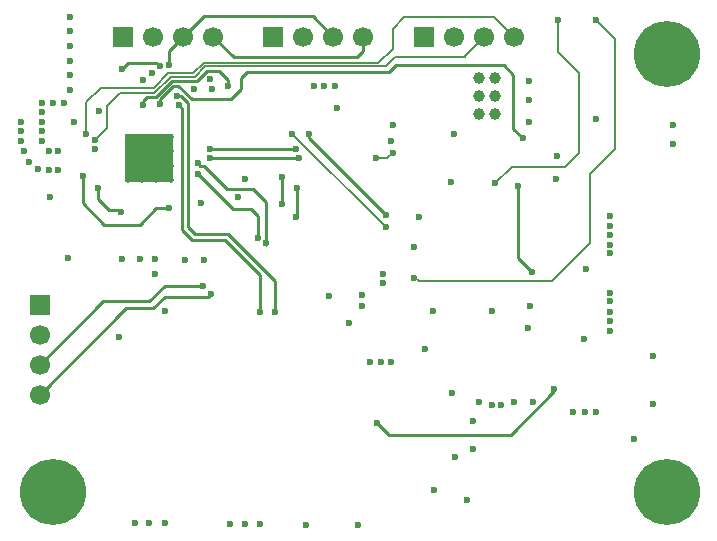
<source format=gbr>
%TF.GenerationSoftware,KiCad,Pcbnew,9.0.3*%
%TF.CreationDate,2025-07-24T10:50:38+02:00*%
%TF.ProjectId,LoRa_Project,4c6f5261-5f50-4726-9f6a-6563742e6b69,rev?*%
%TF.SameCoordinates,Original*%
%TF.FileFunction,Copper,L4,Bot*%
%TF.FilePolarity,Positive*%
%FSLAX46Y46*%
G04 Gerber Fmt 4.6, Leading zero omitted, Abs format (unit mm)*
G04 Created by KiCad (PCBNEW 9.0.3) date 2025-07-24 10:50:38*
%MOMM*%
%LPD*%
G01*
G04 APERTURE LIST*
%TA.AperFunction,ComponentPad*%
%ADD10R,1.700000X1.700000*%
%TD*%
%TA.AperFunction,ComponentPad*%
%ADD11C,1.700000*%
%TD*%
%TA.AperFunction,ComponentPad*%
%ADD12C,3.600000*%
%TD*%
%TA.AperFunction,ConnectorPad*%
%ADD13C,5.600000*%
%TD*%
%TA.AperFunction,HeatsinkPad*%
%ADD14C,0.500000*%
%TD*%
%TA.AperFunction,HeatsinkPad*%
%ADD15R,4.100000X4.100000*%
%TD*%
%TA.AperFunction,ViaPad*%
%ADD16C,0.600000*%
%TD*%
%TA.AperFunction,ViaPad*%
%ADD17C,1.000000*%
%TD*%
%TA.AperFunction,Conductor*%
%ADD18C,0.250000*%
%TD*%
%TA.AperFunction,Conductor*%
%ADD19C,0.200000*%
%TD*%
G04 APERTURE END LIST*
D10*
%TO.P,J3,1,Pin_1*%
%TO.N,+3V3*%
X212690000Y-54500000D03*
D11*
%TO.P,J3,2,Pin_2*%
%TO.N,GND*%
X215230000Y-54500000D03*
%TO.P,J3,3,Pin_3*%
%TO.N,I2C_SDA*%
X217770000Y-54500000D03*
%TO.P,J3,4,Pin_4*%
%TO.N,I2C_SCL*%
X220310000Y-54500000D03*
%TD*%
D12*
%TO.P,H3,1,1*%
%TO.N,GND*%
X194000000Y-93000000D03*
D13*
X194000000Y-93000000D03*
%TD*%
D10*
%TO.P,J7,1,Pin_1*%
%TO.N,+3V3*%
X192900000Y-77216000D03*
D11*
%TO.P,J7,2,Pin_2*%
%TO.N,GND*%
X192900000Y-79756000D03*
%TO.P,J7,3,Pin_3*%
%TO.N,P0.04*%
X192900000Y-82296000D03*
%TO.P,J7,4,Pin_4*%
%TO.N,P0.05*%
X192900000Y-84836000D03*
%TD*%
D14*
%TO.P,U5,49,VSS*%
%TO.N,GND*%
X204000000Y-66600000D03*
X204000000Y-65400000D03*
X204000000Y-64200000D03*
X204000000Y-63000000D03*
X202800000Y-66600000D03*
X202800000Y-65400000D03*
X202800000Y-64200000D03*
X202800000Y-63000000D03*
D15*
X202200000Y-64800000D03*
D14*
X201600000Y-66600000D03*
X201600000Y-65400000D03*
X201600000Y-64200000D03*
X201600000Y-63000000D03*
X200400000Y-66600000D03*
X200400000Y-65400000D03*
X200400000Y-64200000D03*
X200400000Y-63000000D03*
%TD*%
D12*
%TO.P,H2,1,1*%
%TO.N,GND*%
X245999999Y-56000001D03*
D13*
X245999999Y-56000001D03*
%TD*%
D10*
%TO.P,J6,1,Pin_1*%
%TO.N,+3V3*%
X225420001Y-54500000D03*
D11*
%TO.P,J6,2,Pin_2*%
%TO.N,GND*%
X227960001Y-54500000D03*
%TO.P,J6,3,Pin_3*%
%TO.N,SWD_CLK*%
X230500001Y-54500000D03*
%TO.P,J6,4,Pin_4*%
%TO.N,SWD_IO*%
X233040001Y-54500000D03*
%TD*%
D10*
%TO.P,J1,1,Pin_1*%
%TO.N,+3V3*%
X200000000Y-54500000D03*
D11*
%TO.P,J1,2,Pin_2*%
%TO.N,GND*%
X202540000Y-54500000D03*
%TO.P,J1,3,Pin_3*%
%TO.N,I2C_SDA*%
X205080000Y-54500000D03*
%TO.P,J1,4,Pin_4*%
%TO.N,I2C_SCL*%
X207620000Y-54500000D03*
%TD*%
D12*
%TO.P,H4,1,1*%
%TO.N,GND*%
X245999999Y-92999999D03*
D13*
X245999999Y-92999999D03*
%TD*%
D16*
%TO.N,GND*%
X195500000Y-57760000D03*
X195500000Y-52800000D03*
X195500000Y-54040000D03*
X195500000Y-55280000D03*
X195500000Y-56520000D03*
X195500000Y-59000000D03*
X195000000Y-60100000D03*
X194050000Y-60100000D03*
%TO.N,*%
X225000000Y-69800000D03*
%TO.N,VBUS*%
X241200000Y-76900000D03*
X241200000Y-72100000D03*
X241200000Y-72800000D03*
X229600000Y-87000000D03*
X241200000Y-76200000D03*
%TO.N,GND*%
X244850000Y-81500000D03*
X197612000Y-64008000D03*
X193793752Y-68100000D03*
X241200000Y-70500000D03*
X192000000Y-65100000D03*
X236700000Y-64600000D03*
X218100000Y-60500000D03*
X241200000Y-77800000D03*
X193100000Y-63300000D03*
X233100000Y-85400000D03*
X201000000Y-95634999D03*
X205200000Y-73406249D03*
X191300000Y-62500000D03*
X244850000Y-85550000D03*
X241200000Y-69700000D03*
X241200000Y-78600000D03*
X211600000Y-95734999D03*
X239100000Y-86300000D03*
X199900000Y-73306249D03*
X238100000Y-86300000D03*
X239000000Y-80100000D03*
X239200000Y-74200000D03*
X207544000Y-58928000D03*
X241200000Y-71300000D03*
X193700000Y-64200000D03*
X224600000Y-72300000D03*
X203500000Y-95634999D03*
X201700000Y-58200000D03*
X227800000Y-84700000D03*
X228000000Y-62700000D03*
X191300000Y-61700000D03*
X240000000Y-86300000D03*
X194500000Y-65800000D03*
X234286499Y-79126000D03*
X234386499Y-77326000D03*
X229600000Y-89400000D03*
X210306248Y-66500000D03*
X195300000Y-73206249D03*
X210300000Y-95734999D03*
X199600000Y-79900000D03*
X222800000Y-62000000D03*
X246500000Y-63600000D03*
X219900000Y-95800000D03*
X217400000Y-76406249D03*
X222675000Y-63325000D03*
X203500000Y-77700000D03*
X193100000Y-60900000D03*
X209700000Y-68100000D03*
X228100000Y-90100000D03*
X192800000Y-65700000D03*
X229100000Y-93700000D03*
X221950000Y-75350000D03*
X201400000Y-73306249D03*
X219100000Y-78700000D03*
X195834000Y-61722000D03*
X191300000Y-63300000D03*
X227700000Y-66800000D03*
X240000000Y-61500000D03*
X231212500Y-77700000D03*
X193100000Y-60100000D03*
X230100000Y-85400000D03*
X202200000Y-95634999D03*
X191600000Y-64200000D03*
X193100000Y-61700000D03*
X193100000Y-62500000D03*
X241200000Y-79400000D03*
X209069999Y-95769999D03*
X236650000Y-66550000D03*
X202692000Y-73282000D03*
X222000000Y-74600000D03*
X234700000Y-85400000D03*
X206804000Y-73389250D03*
X193700000Y-65800000D03*
X194500000Y-64200000D03*
%TO.N,+3V3*%
X234375000Y-59850000D03*
D17*
X230100000Y-59500000D03*
D16*
X215500000Y-95800000D03*
X207300000Y-58100000D03*
X234375000Y-61750000D03*
D17*
X230100000Y-61000000D03*
D16*
X226300000Y-92900000D03*
X197900000Y-60800000D03*
X202700000Y-74600000D03*
D17*
X231500000Y-61000000D03*
D16*
X234375000Y-58250000D03*
D17*
X230100000Y-58000000D03*
D16*
X243250000Y-88550000D03*
X205994000Y-58928000D03*
X202400000Y-57600000D03*
D17*
X231500000Y-58000000D03*
D16*
X226225000Y-77725000D03*
X206600000Y-68600000D03*
D17*
X231500000Y-59500000D03*
D16*
%TO.N,+BATT*%
X220200000Y-76400000D03*
X231200000Y-85700000D03*
X220200000Y-77300000D03*
X225500000Y-80900000D03*
X232000000Y-85700000D03*
%TO.N,/nRF52840 and LoRa/DEC4_6*%
X196596000Y-66294000D03*
X203874001Y-69025999D03*
%TO.N,Net-(U5-DEC3)*%
X199800000Y-69300000D03*
X197866000Y-67310000D03*
%TO.N,/Peripherals/RXLED*%
X231500000Y-66900000D03*
X236800000Y-53100000D03*
%TO.N,/Peripherals/TXLED*%
X240000000Y-53100000D03*
X224600000Y-74900000D03*
%TO.N,I2C_SDA*%
X203900000Y-56900000D03*
X222200000Y-70600000D03*
X214300000Y-62700000D03*
%TO.N,I2C_SCL*%
X222200000Y-69600000D03*
X215700000Y-62700000D03*
%TO.N,/nRF52840 and LoRa/LORA_SPI_CS*%
X213400000Y-68700000D03*
X213400000Y-66400000D03*
%TO.N,/nRF52840 and LoRa/SPI_SCK*%
X214600000Y-69800000D03*
X208900000Y-58700000D03*
X214700000Y-67300000D03*
X201703000Y-60300000D03*
%TO.N,/nRF52840 and LoRa/SPI_MISO*%
X204500000Y-59500000D03*
X212880000Y-77800000D03*
%TO.N,/nRF52840 and LoRa/SPI_MOSI*%
X211610000Y-77800000D03*
X204700000Y-60300000D03*
%TO.N,SWD_IO*%
X196850000Y-62738000D03*
%TO.N,SWD_CLK*%
X197612000Y-63246000D03*
%TO.N,Net-(U4-STAT)*%
X221500000Y-87200000D03*
X236500000Y-84300000D03*
%TO.N,/nRF52840 and LoRa/LED*%
X199900000Y-57200000D03*
X203100000Y-57000000D03*
%TO.N,Net-(U5-~{RESET})*%
X203100000Y-60200000D03*
X246500000Y-62000000D03*
X233800000Y-63100000D03*
%TO.N,UART_RXD*%
X222800000Y-64300000D03*
X214900000Y-64800000D03*
X207300000Y-64800000D03*
X221400000Y-64800000D03*
%TO.N,UART_TXD*%
X207300000Y-64000000D03*
X214600000Y-64000000D03*
%TO.N,/Power/V_SW*%
X222650000Y-82050000D03*
X216150000Y-58700000D03*
X221775000Y-82050000D03*
X220900000Y-82050000D03*
X217025000Y-58700000D03*
X217900000Y-58700000D03*
%TO.N,Net-(U6-CBUS3)*%
X233400000Y-67100000D03*
X234600000Y-74400000D03*
%TO.N,P0.05*%
X206300000Y-65200000D03*
X212100000Y-72000000D03*
X207400000Y-76300000D03*
%TO.N,P0.04*%
X211400000Y-71500000D03*
X206300000Y-66100000D03*
X206700000Y-75600000D03*
%TD*%
D18*
%TO.N,/nRF52840 and LoRa/DEC4_6*%
X196596000Y-68596000D02*
X196596000Y-66294000D01*
X201400000Y-70400000D02*
X198400000Y-70400000D01*
X198400000Y-70400000D02*
X196596000Y-68596000D01*
X202774001Y-69025999D02*
X201400000Y-70400000D01*
X203874001Y-69025999D02*
X202774001Y-69025999D01*
%TO.N,Net-(U5-DEC3)*%
X197866000Y-68266000D02*
X198800000Y-69200000D01*
X199700000Y-69200000D02*
X199800000Y-69300000D01*
X197866000Y-67310000D02*
X197866000Y-68266000D01*
X198800000Y-69200000D02*
X199700000Y-69200000D01*
D19*
%TO.N,/Peripherals/RXLED*%
X236800000Y-55800000D02*
X236800000Y-53100000D01*
X232900000Y-65500000D02*
X237400000Y-65500000D01*
X238600000Y-64300000D02*
X238600000Y-57600000D01*
X231500000Y-66900000D02*
X232900000Y-65500000D01*
X238600000Y-57600000D02*
X236800000Y-55800000D01*
X237400000Y-65500000D02*
X238600000Y-64300000D01*
%TO.N,/Peripherals/TXLED*%
X225000000Y-75200000D02*
X224700000Y-74900000D01*
X241600000Y-54700000D02*
X241600000Y-64000000D01*
X239500000Y-66100000D02*
X239500000Y-71700000D01*
X236300000Y-75200000D02*
X225000000Y-75200000D01*
X239500000Y-71700000D02*
X239500000Y-72000000D01*
X239500000Y-72000000D02*
X236300000Y-75200000D01*
X241600000Y-64000000D02*
X239500000Y-66100000D01*
X239500000Y-70550057D02*
X239500000Y-71700000D01*
X240000000Y-53100000D02*
X241600000Y-54700000D01*
D18*
%TO.N,I2C_SDA*%
X216019999Y-52750000D02*
X217769999Y-54500000D01*
X203900000Y-55680000D02*
X205080000Y-54500000D01*
X206829999Y-52750000D02*
X216019999Y-52750000D01*
X205079999Y-54500000D02*
X206829999Y-52750000D01*
X203900000Y-56900000D02*
X203900000Y-55680000D01*
D19*
X222200000Y-70600000D02*
X214300000Y-62700000D01*
D18*
%TO.N,I2C_SCL*%
X220310000Y-55450000D02*
X220310000Y-55690000D01*
X215700000Y-63100000D02*
X222200000Y-69600000D01*
X209370000Y-56250000D02*
X207620000Y-54500000D01*
X220310000Y-55690000D02*
X219750000Y-56250000D01*
X215700000Y-62700000D02*
X215700000Y-63100000D01*
X220310000Y-54500000D02*
X220310000Y-55450000D01*
X219750000Y-56250000D02*
X209370000Y-56250000D01*
%TO.N,/nRF52840 and LoRa/LORA_SPI_CS*%
X213400000Y-68700000D02*
X213400000Y-66400000D01*
%TO.N,/nRF52840 and LoRa/SPI_SCK*%
X214700000Y-69700000D02*
X214600000Y-69800000D01*
X206225606Y-58230517D02*
X207082123Y-57374000D01*
X202735034Y-59626000D02*
X204130517Y-58230517D01*
X201703000Y-59897000D02*
X201974000Y-59626000D01*
X207082123Y-57374000D02*
X208074000Y-57374000D01*
X201974000Y-59626000D02*
X202735034Y-59626000D01*
X204130517Y-58230517D02*
X206225606Y-58230517D01*
X201703000Y-60300000D02*
X201703000Y-59897000D01*
X214700000Y-67300000D02*
X214700000Y-69700000D01*
X208900000Y-58200000D02*
X208900000Y-58700000D01*
X208700000Y-58000000D02*
X208900000Y-58200000D01*
X208074000Y-57374000D02*
X208700000Y-58000000D01*
%TO.N,/nRF52840 and LoRa/SPI_MISO*%
X204900000Y-59500000D02*
X205500000Y-60100000D01*
X204500000Y-59500000D02*
X204900000Y-59500000D01*
X208900000Y-71200000D02*
X212880000Y-75180000D01*
X212880000Y-75180000D02*
X212880000Y-77800000D01*
X206100000Y-71200000D02*
X208900000Y-71200000D01*
X205500000Y-70600000D02*
X206100000Y-71200000D01*
X205500000Y-60100000D02*
X205500000Y-70600000D01*
%TO.N,/nRF52840 and LoRa/SPI_MOSI*%
X204700000Y-60300000D02*
X205000000Y-60600000D01*
X208600000Y-71700000D02*
X211610000Y-74710000D01*
X205000000Y-70900000D02*
X205800000Y-71700000D01*
X211610000Y-74710000D02*
X211610000Y-77800000D01*
X205000000Y-60600000D02*
X205000000Y-70900000D01*
X205800000Y-71700000D02*
X208600000Y-71700000D01*
D19*
%TO.N,SWD_IO*%
X231340001Y-52800000D02*
X233040001Y-54500000D01*
X222800000Y-55500000D02*
X222800000Y-53800000D01*
X223800000Y-52800000D02*
X231340001Y-52800000D01*
X203800000Y-57600000D02*
X205900000Y-57600000D01*
X196850000Y-60050000D02*
X198100000Y-58800000D01*
X196850000Y-62738000D02*
X196850000Y-60050000D01*
X202600000Y-58800000D02*
X203800000Y-57600000D01*
X221600000Y-56700000D02*
X222800000Y-55500000D01*
X206800000Y-56700000D02*
X221600000Y-56700000D01*
X198100000Y-58800000D02*
X202600000Y-58800000D01*
X222800000Y-53800000D02*
X223800000Y-52800000D01*
X205900000Y-57600000D02*
X206800000Y-56700000D01*
%TO.N,SWD_CLK*%
X198600000Y-60400000D02*
X199700000Y-59300000D01*
X228900000Y-56100001D02*
X230500001Y-54500000D01*
X206025678Y-57900000D02*
X206925678Y-57000000D01*
X202600000Y-59300000D02*
X204000000Y-57900000D01*
X198600000Y-62258000D02*
X198600000Y-60400000D01*
X199700000Y-59300000D02*
X202600000Y-59300000D01*
X197612000Y-63246000D02*
X198600000Y-62258000D01*
X204000000Y-57900000D02*
X206025678Y-57900000D01*
X206925678Y-57000000D02*
X222200000Y-57000000D01*
X222200000Y-57000000D02*
X223000000Y-56200000D01*
X223000000Y-56200000D02*
X228900000Y-56200000D01*
X228900000Y-56200000D02*
X228900000Y-56100001D01*
D18*
%TO.N,Net-(U4-STAT)*%
X222500000Y-88200000D02*
X232785298Y-88200000D01*
X221500000Y-87200000D02*
X222500000Y-88200000D01*
X236500000Y-84485298D02*
X236500000Y-84300000D01*
X232785298Y-88200000D02*
X236500000Y-84485298D01*
%TO.N,/nRF52840 and LoRa/LED*%
X203100000Y-57000000D02*
X202800000Y-56700000D01*
X202800000Y-56700000D02*
X200400000Y-56700000D01*
X200400000Y-56700000D02*
X199900000Y-57200000D01*
%TO.N,Net-(U5-~{RESET})*%
X222500000Y-57500000D02*
X223100000Y-56900000D01*
X204228711Y-58628711D02*
X204628711Y-58628711D01*
X210000000Y-58000000D02*
X210500000Y-57500000D01*
X203100000Y-59757422D02*
X204228711Y-58628711D01*
X203100000Y-60200000D02*
X203100000Y-59757422D01*
X204628711Y-58628711D02*
X205800000Y-59800000D01*
X233000000Y-62300000D02*
X233800000Y-63100000D01*
X210500000Y-57500000D02*
X222500000Y-57500000D01*
X210000000Y-58900000D02*
X210000000Y-58000000D01*
X223100000Y-56900000D02*
X232200000Y-56900000D01*
X233000000Y-57700000D02*
X233000000Y-62300000D01*
X209100000Y-59800000D02*
X210000000Y-58900000D01*
X205800000Y-59800000D02*
X209100000Y-59800000D01*
X232200000Y-56900000D02*
X233000000Y-57700000D01*
D19*
%TO.N,UART_RXD*%
X222300000Y-64800000D02*
X222800000Y-64300000D01*
X221400000Y-64800000D02*
X222300000Y-64800000D01*
D18*
X207300000Y-64800000D02*
X214900000Y-64800000D01*
%TO.N,UART_TXD*%
X207300000Y-64000000D02*
X214600000Y-64000000D01*
%TO.N,Net-(U6-CBUS3)*%
X233400000Y-67100000D02*
X233400000Y-73200000D01*
X233400000Y-73200000D02*
X234600000Y-74400000D01*
%TO.N,P0.05*%
X192900000Y-84836000D02*
X200236000Y-77500000D01*
X208800000Y-67400000D02*
X208500000Y-67100000D01*
X212100000Y-72000000D02*
X212100000Y-68500000D01*
X212100000Y-72100000D02*
X212100000Y-72000000D01*
X202500000Y-77500000D02*
X203500000Y-76500000D01*
X200236000Y-77500000D02*
X202500000Y-77500000D01*
X206500000Y-65400000D02*
X206800000Y-65400000D01*
X211000000Y-67400000D02*
X208800000Y-67400000D01*
X203500000Y-76500000D02*
X207200000Y-76500000D01*
X206800000Y-65400000D02*
X208500000Y-67100000D01*
X206300000Y-65200000D02*
X206500000Y-65400000D01*
X212100000Y-68500000D02*
X211000000Y-67400000D01*
X207200000Y-76500000D02*
X207400000Y-76300000D01*
%TO.N,P0.04*%
X203500000Y-75600000D02*
X202200000Y-76900000D01*
X210800000Y-69100000D02*
X211400000Y-69700000D01*
X198296000Y-76900000D02*
X192900000Y-82296000D01*
X206700000Y-75600000D02*
X203500000Y-75600000D01*
X206300000Y-66100000D02*
X209300000Y-69100000D01*
X209300000Y-69100000D02*
X210800000Y-69100000D01*
X202200000Y-76900000D02*
X198296000Y-76900000D01*
X211400000Y-69700000D02*
X211400000Y-71500000D01*
%TD*%
M02*

</source>
